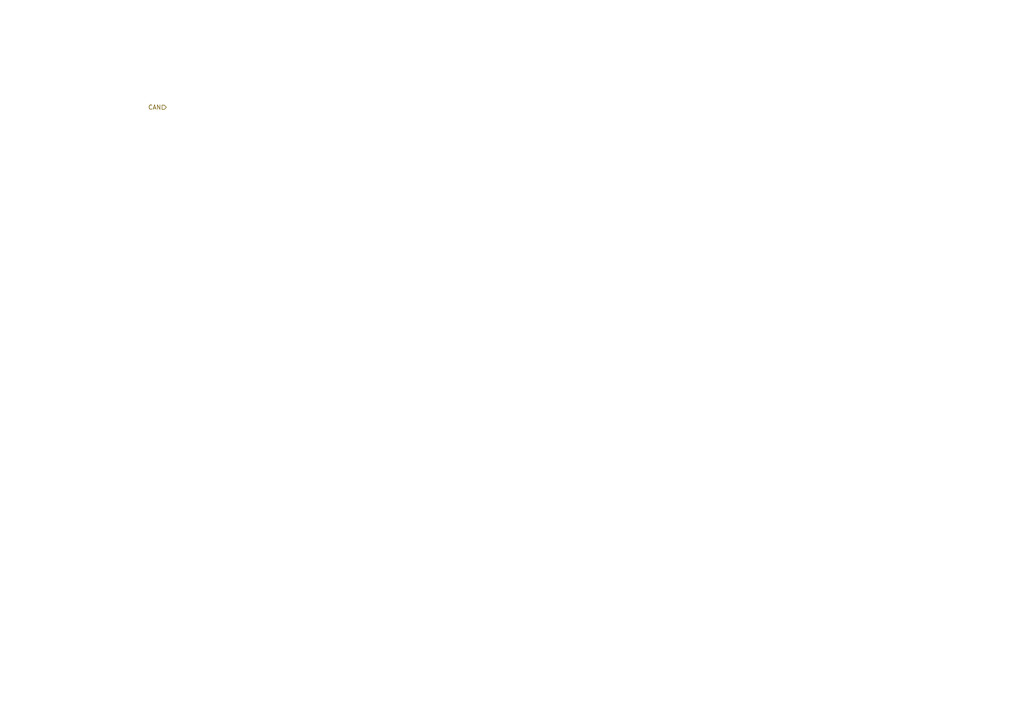
<source format=kicad_sch>
(kicad_sch (version 20211123) (generator eeschema)
  (paper "A4")
  (lib_symbols)
  (hierarchical_label "CAN" (shape input) (at 48.26 31.115 180))
)
</source>
